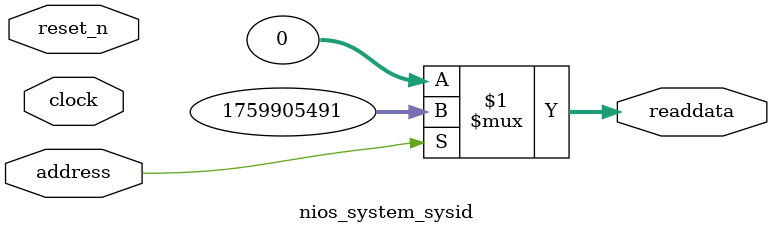
<source format=v>

`timescale 1ns / 1ps
// synthesis translate_on

// turn off superfluous verilog processor warnings 
// altera message_level Level1 
// altera message_off 10034 10035 10036 10037 10230 10240 10030 

module nios_system_sysid (
               // inputs:
                address,
                clock,
                reset_n,

               // outputs:
                readdata
             )
;

  output  [ 31: 0] readdata;
  input            address;
  input            clock;
  input            reset_n;

  wire    [ 31: 0] readdata;
  //control_slave, which is an e_avalon_slave
  assign readdata = address ? 1759905491 : 0;

endmodule




</source>
